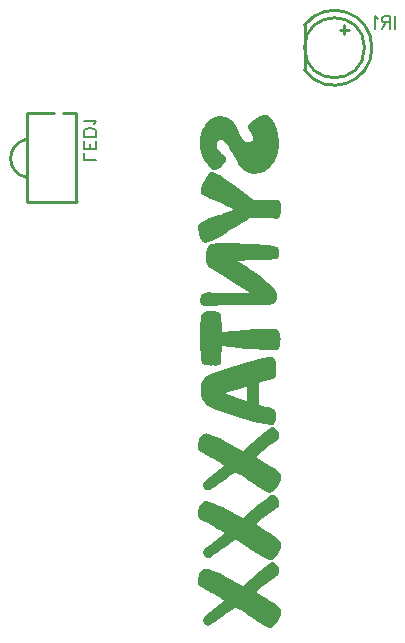
<source format=gbo>
G04 Layer: BottomSilkscreenLayer*
G04 EasyEDA v6.5.54, 2026-02-22 20:23:12*
G04 8aabf25695d44ce6b75903a6ff613cb9,b016eb778fe0479d964383eb0b581ccc,10*
G04 Gerber Generator version 0.2*
G04 Scale: 100 percent, Rotated: No, Reflected: No *
G04 Dimensions in millimeters *
G04 leading zeros omitted , absolute positions ,4 integer and 5 decimal *
%FSLAX45Y45*%
%MOMM*%

%ADD10C,0.1524*%
%ADD11C,0.2540*%
%ADD12C,0.0148*%

%LPD*%
G36*
X10020300Y9770110D02*
G01*
X10011003Y9769602D01*
X10001250Y9767976D01*
X9991039Y9765334D01*
X9980320Y9761626D01*
X9969195Y9756902D01*
X9957562Y9751060D01*
X9946030Y9744557D01*
X9935006Y9737699D01*
X9924440Y9730486D01*
X9914331Y9722967D01*
X9904730Y9715093D01*
X9895586Y9706864D01*
X9883902Y9694722D01*
X9875570Y9683496D01*
X9870592Y9673132D01*
X9868916Y9663684D01*
X9869220Y9660839D01*
X9870084Y9658096D01*
X9871506Y9655505D01*
X9883444Y9641535D01*
X9892030Y9630511D01*
X9899345Y9619945D01*
X9905288Y9609886D01*
X9909962Y9600336D01*
X9913264Y9591243D01*
X9915245Y9582658D01*
X9915906Y9574530D01*
X9913010Y9558020D01*
X9904222Y9546590D01*
X9891522Y9539935D01*
X9876790Y9537700D01*
X9866934Y9538411D01*
X9857943Y9540595D01*
X9849764Y9544253D01*
X9842500Y9549384D01*
X9835946Y9555784D01*
X9829749Y9563100D01*
X9823856Y9571278D01*
X9818370Y9580372D01*
X9808006Y9600387D01*
X9797796Y9622282D01*
X9789109Y9641738D01*
X9779406Y9661093D01*
X9768586Y9680448D01*
X9762744Y9689795D01*
X9756292Y9698786D01*
X9749332Y9707321D01*
X9741814Y9715449D01*
X9733788Y9723170D01*
X9725152Y9730486D01*
X9715804Y9737140D01*
X9705644Y9742982D01*
X9694570Y9748012D01*
X9682581Y9752279D01*
X9669780Y9755733D01*
X9656064Y9758426D01*
X9645599Y9759594D01*
X9635490Y9759950D01*
X9622790Y9759442D01*
X9610496Y9757867D01*
X9598660Y9755327D01*
X9587179Y9751720D01*
X9576104Y9747046D01*
X9565436Y9741357D01*
X9555175Y9734651D01*
X9545320Y9726930D01*
X9535922Y9718446D01*
X9527082Y9709302D01*
X9518802Y9699548D01*
X9511030Y9689236D01*
X9503816Y9678212D01*
X9497110Y9666630D01*
X9490964Y9654438D01*
X9485376Y9641586D01*
X9481362Y9631019D01*
X9477806Y9620300D01*
X9474606Y9609480D01*
X9471863Y9598507D01*
X9469577Y9587433D01*
X9467646Y9576206D01*
X9466173Y9564878D01*
X9465157Y9553397D01*
X9464497Y9541814D01*
X9464294Y9530080D01*
X9464548Y9518040D01*
X9465310Y9506102D01*
X9466529Y9494164D01*
X9468256Y9482277D01*
X9470491Y9470440D01*
X9473234Y9458655D01*
X9476486Y9446920D01*
X9480245Y9435236D01*
X9484461Y9423552D01*
X9489186Y9411970D01*
X9494469Y9400590D01*
X9500311Y9389567D01*
X9506762Y9378848D01*
X9513773Y9368485D01*
X9521393Y9358426D01*
X9529572Y9348724D01*
X9538360Y9339326D01*
X9547707Y9330283D01*
X9557664Y9321546D01*
X9568180Y9313164D01*
X9578898Y9306509D01*
X9590786Y9304274D01*
X9600438Y9305340D01*
X9610547Y9308541D01*
X9621113Y9313824D01*
X9632188Y9321292D01*
X9643008Y9330029D01*
X9653016Y9339529D01*
X9662261Y9349740D01*
X9670796Y9360662D01*
X9677806Y9371482D01*
X9682784Y9381540D01*
X9685782Y9390888D01*
X9686798Y9399524D01*
X9686442Y9403791D01*
X9685324Y9407652D01*
X9683496Y9411157D01*
X9680956Y9414256D01*
X9666782Y9426498D01*
X9654082Y9438132D01*
X9642856Y9449257D01*
X9633153Y9459823D01*
X9624974Y9469831D01*
X9618218Y9479280D01*
X9612985Y9488170D01*
X9609277Y9496501D01*
X9607042Y9504324D01*
X9606280Y9511538D01*
X9606940Y9522460D01*
X9608921Y9531908D01*
X9612274Y9539884D01*
X9616948Y9546336D01*
X9628886Y9554921D01*
X9642856Y9557766D01*
X9657384Y9555073D01*
X9672574Y9547098D01*
X9680143Y9541052D01*
X9687204Y9533585D01*
X9693605Y9524644D01*
X9699498Y9514332D01*
X9721138Y9474504D01*
X9743948Y9434322D01*
X9775190Y9378188D01*
X9783165Y9364878D01*
X9791395Y9352483D01*
X9799980Y9341002D01*
X9808870Y9330436D01*
X9818014Y9320784D01*
X9827463Y9312097D01*
X9837267Y9304274D01*
X9847326Y9297416D01*
X9857536Y9291421D01*
X9867798Y9286189D01*
X9878110Y9281769D01*
X9888524Y9278162D01*
X9899040Y9275368D01*
X9909556Y9273387D01*
X9920173Y9272168D01*
X9930892Y9271762D01*
X9943541Y9272270D01*
X9956038Y9273794D01*
X9968382Y9276283D01*
X9980625Y9279839D01*
X9992715Y9284360D01*
X10004653Y9289897D01*
X10016490Y9296450D01*
X10028174Y9304020D01*
X10037318Y9310674D01*
X10046055Y9317888D01*
X10054488Y9325559D01*
X10062616Y9333788D01*
X10070338Y9342577D01*
X10077754Y9351822D01*
X10084765Y9361627D01*
X10091470Y9371990D01*
X10097871Y9382810D01*
X10103866Y9394190D01*
X10108539Y9403994D01*
X10112806Y9414103D01*
X10116667Y9424416D01*
X10120071Y9435033D01*
X10123119Y9445904D01*
X10125760Y9456978D01*
X10127996Y9468358D01*
X10129824Y9479991D01*
X10131247Y9491878D01*
X10132263Y9504019D01*
X10132872Y9516414D01*
X10133076Y9529064D01*
X10132517Y9549536D01*
X10130840Y9571024D01*
X10129621Y9582200D01*
X10128097Y9593580D01*
X10124186Y9617202D01*
X10121696Y9629089D01*
X10118902Y9640773D01*
X10115702Y9652254D01*
X10112197Y9663480D01*
X10108285Y9674555D01*
X10104018Y9685375D01*
X10099446Y9695942D01*
X10094468Y9706356D01*
X10087305Y9719360D01*
X10079380Y9731197D01*
X10070642Y9741763D01*
X10061143Y9751161D01*
X10050881Y9759340D01*
X10039858Y9766300D01*
X10035489Y9767976D01*
X10030764Y9769144D01*
X10025735Y9769856D01*
G37*
G36*
X9567672Y9287764D02*
G01*
X9553956Y9284919D01*
X9542780Y9276334D01*
X9533839Y9264599D01*
X9526270Y9252204D01*
X9515094Y9233154D01*
X9507524Y9220911D01*
X9500006Y9208058D01*
X9492538Y9194647D01*
X9485122Y9180576D01*
X9478772Y9166707D01*
X9474250Y9153448D01*
X9471558Y9140901D01*
X9470644Y9129014D01*
X9472117Y9119311D01*
X9475266Y9110624D01*
X9480143Y9102801D01*
X9486646Y9095994D01*
X9491116Y9092590D01*
X9496704Y9088831D01*
X9503410Y9084716D01*
X9511233Y9080296D01*
X9530334Y9070492D01*
X9553905Y9059316D01*
X9582048Y9046819D01*
X9641027Y9022080D01*
X9666020Y9011158D01*
X9689744Y9000236D01*
X9712096Y8989314D01*
X9733127Y8978392D01*
X9752838Y8967470D01*
X9743744Y8963101D01*
X9723018Y8954160D01*
X9698990Y8944914D01*
X9671608Y8935364D01*
X9640925Y8925509D01*
X9624314Y8920480D01*
X9595510Y8911183D01*
X9567621Y8901836D01*
X9540748Y8892540D01*
X9528098Y8887917D01*
X9516414Y8883345D01*
X9505696Y8878874D01*
X9495942Y8874455D01*
X9487103Y8870137D01*
X9479280Y8865870D01*
X9468256Y8858453D01*
X9458452Y8849868D01*
X9452559Y8837930D01*
X9450578Y8825484D01*
X9451238Y8811158D01*
X9452559Y8796934D01*
X9454489Y8782862D01*
X9457131Y8768943D01*
X9460382Y8755126D01*
X9464294Y8741410D01*
X9468916Y8728862D01*
X9474098Y8717940D01*
X9479737Y8708745D01*
X9485934Y8701227D01*
X9492640Y8695334D01*
X9499854Y8691168D01*
X9507626Y8688628D01*
X9515856Y8687816D01*
X9524746Y8689238D01*
X9534550Y8691676D01*
X9545218Y8695080D01*
X9556800Y8699500D01*
X9569297Y8704884D01*
X9582658Y8711234D01*
X9596932Y8718600D01*
X9612122Y8726932D01*
X9633153Y8739022D01*
X9676333Y8764727D01*
X9721037Y8792362D01*
X9768636Y8822486D01*
X9792157Y8836964D01*
X9814560Y8850376D01*
X9835845Y8862822D01*
X9855962Y8874150D01*
X9874961Y8884513D01*
X9892792Y8893810D01*
X9917176Y8894775D01*
X9943947Y8895384D01*
X9973056Y8895588D01*
X9996982Y8895486D01*
X10032390Y8894927D01*
X10078669Y8893454D01*
X10114026Y8891778D01*
X10128453Y8895283D01*
X10139172Y8905748D01*
X10146842Y8920988D01*
X10151618Y8938768D01*
X10154310Y8957056D01*
X10155174Y8973820D01*
X10154767Y8986520D01*
X10153446Y8999220D01*
X10151313Y9011920D01*
X10148316Y9024620D01*
X10146842Y9028938D01*
X10144861Y9032951D01*
X10142524Y9036659D01*
X10139680Y9040114D01*
X10136428Y9043162D01*
X10132822Y9045397D01*
X10128808Y9046819D01*
X10124440Y9047480D01*
X10093198Y9047988D01*
X10069220Y9047835D01*
X10046462Y9047429D01*
X10002469Y9046159D01*
X9977221Y9045803D01*
X9924542Y9045702D01*
X9911435Y9054744D01*
X9895535Y9066276D01*
X9855200Y9096654D01*
X9788194Y9148419D01*
X9755936Y9172702D01*
X9701631Y9212580D01*
X9679686Y9228328D01*
X9664750Y9238742D01*
X9650679Y9248190D01*
X9637369Y9256623D01*
X9624923Y9264040D01*
X9613341Y9270492D01*
X9602520Y9275927D01*
X9592564Y9280398D01*
X9583470Y9283852D01*
X9575139Y9286290D01*
G37*
G36*
X9685274Y8683244D02*
G01*
X9653574Y8682990D01*
X9625533Y8682126D01*
X9601149Y8680754D01*
X9580422Y8678875D01*
X9571431Y8677706D01*
X9563354Y8676386D01*
X9553397Y8672728D01*
X9544608Y8667140D01*
X9537090Y8659622D01*
X9530740Y8650173D01*
X9525609Y8638844D01*
X9521698Y8625586D01*
X9519208Y8615121D01*
X9517176Y8604656D01*
X9515602Y8594090D01*
X9514484Y8583472D01*
X9513773Y8572804D01*
X9513570Y8562086D01*
X9513874Y8551976D01*
X9514840Y8541969D01*
X9516414Y8532012D01*
X9518650Y8522208D01*
X9521748Y8512810D01*
X9525863Y8504224D01*
X9531146Y8496452D01*
X9537446Y8489442D01*
X9551720Y8476996D01*
X9567164Y8466074D01*
X9652812Y8410295D01*
X9749536Y8348268D01*
X9835896Y8293811D01*
X9889998Y8260080D01*
X9828580Y8259216D01*
X9766909Y8259114D01*
X9704374Y8259825D01*
X9641941Y8261350D01*
X9592106Y8263128D01*
X9531096Y8265922D01*
X9514281Y8264550D01*
X9497822Y8260334D01*
X9488728Y8256117D01*
X9481312Y8249513D01*
X9475520Y8240522D01*
X9471406Y8229193D01*
X9468916Y8215477D01*
X9468104Y8199374D01*
X9469424Y8183168D01*
X9473438Y8167624D01*
X9476282Y8163255D01*
X9479940Y8159902D01*
X9484410Y8157413D01*
X9489694Y8155940D01*
X9494113Y8155025D01*
X9503359Y8154009D01*
X9547098Y8154060D01*
X9595459Y8154771D01*
X9639757Y8156041D01*
X9698228Y8158073D01*
X9746284Y8158886D01*
X9770364Y8158988D01*
X9906965Y8158480D01*
X9955428Y8158784D01*
X10039858Y8160258D01*
X10057384Y8161781D01*
X10074910Y8165338D01*
X10090759Y8171992D01*
X10103866Y8183372D01*
X10110876Y8195056D01*
X10115854Y8207248D01*
X10118852Y8219948D01*
X10119868Y8233156D01*
X10119156Y8245348D01*
X10116972Y8257235D01*
X10113314Y8268766D01*
X10108234Y8279993D01*
X10101681Y8290915D01*
X10093706Y8301481D01*
X10078720Y8316671D01*
X10062667Y8332114D01*
X10045547Y8347659D01*
X10027310Y8363458D01*
X10007955Y8379409D01*
X9987483Y8395614D01*
X9965944Y8411921D01*
X9943338Y8428482D01*
X9920528Y8444636D01*
X9898430Y8459876D01*
X9876942Y8474303D01*
X9856063Y8487867D01*
X9835896Y8500516D01*
X9816388Y8512352D01*
X9797491Y8523274D01*
X9779254Y8533384D01*
X9830968Y8536482D01*
X9856927Y8537651D01*
X9895890Y8538972D01*
X9957816Y8540191D01*
X9999065Y8541410D01*
X10034320Y8542934D01*
X10063581Y8544763D01*
X10086898Y8546896D01*
X10096296Y8548116D01*
X10104170Y8549386D01*
X10110571Y8550757D01*
X10115448Y8552180D01*
X10118852Y8553704D01*
X10126878Y8560917D01*
X10132568Y8571534D01*
X10136022Y8585657D01*
X10137140Y8603234D01*
X10136479Y8613902D01*
X10134396Y8624265D01*
X10130993Y8634323D01*
X10126218Y8644128D01*
X10123373Y8647785D01*
X10120122Y8650782D01*
X10116515Y8653221D01*
X10112502Y8655050D01*
X10103815Y8657539D01*
X10094976Y8659368D01*
X10076942Y8662009D01*
X10056215Y8664549D01*
X10032796Y8666988D01*
X10006736Y8669375D01*
X9946487Y8673795D01*
X9885070Y8677402D01*
X9832035Y8679992D01*
X9781032Y8681770D01*
X9732111Y8682888D01*
G37*
G36*
X9551162Y8108696D02*
G01*
X9534296Y8108086D01*
X9519513Y8106308D01*
X9506915Y8103311D01*
X9496399Y8099094D01*
X9488068Y8093709D01*
X9481820Y8087106D01*
X9475774Y8075015D01*
X9472422Y8061198D01*
X9471101Y8046669D01*
X9468916Y7970316D01*
X9467900Y7919313D01*
X9467596Y7867396D01*
X9467799Y7837982D01*
X9468408Y7809992D01*
X9469424Y7783372D01*
X9470847Y7758226D01*
X9472625Y7734452D01*
X9474860Y7712049D01*
X9477502Y7691120D01*
X9479940Y7680299D01*
X9484512Y7671104D01*
X9491116Y7663637D01*
X9499854Y7657846D01*
X9511944Y7653375D01*
X9525812Y7650225D01*
X9541510Y7648295D01*
X9559036Y7647686D01*
X9577578Y7648194D01*
X9597898Y7647686D01*
X9611055Y7648549D01*
X9622129Y7651089D01*
X9631121Y7655356D01*
X9637979Y7661351D01*
X9642754Y7669022D01*
X9645396Y7678420D01*
X9646513Y7689189D01*
X9646920Y7700264D01*
X9648190Y7809738D01*
X9797542Y7795463D01*
X9848799Y7790840D01*
X9916668Y7785150D01*
X9942677Y7783271D01*
X9991039Y7780528D01*
X10013442Y7779664D01*
X10034625Y7779156D01*
X10054590Y7779003D01*
X10068407Y7779156D01*
X10081209Y7779613D01*
X10092994Y7780324D01*
X10103815Y7781391D01*
X10113619Y7782712D01*
X10122408Y7784338D01*
X10131145Y7789062D01*
X10137698Y7797393D01*
X10142169Y7809382D01*
X10144506Y7824978D01*
X10146588Y7854696D01*
X10147147Y7865922D01*
X10147300Y7874762D01*
X10146690Y7889748D01*
X10144861Y7904480D01*
X10141864Y7918958D01*
X10137648Y7933181D01*
X10127538Y7946847D01*
X10113010Y7954264D01*
X10096754Y7957515D01*
X10081006Y7958581D01*
X10040366Y7959598D01*
X10016236Y7959394D01*
X9991394Y7958886D01*
X9965893Y7957972D01*
X9939680Y7956651D01*
X9912756Y7955025D01*
X9857333Y7950809D01*
X9749790Y7941818D01*
X9647682Y7932928D01*
X9648190Y7973822D01*
X9647986Y8002574D01*
X9647377Y8030921D01*
X9646412Y8058912D01*
X9645091Y8072424D01*
X9641636Y8083245D01*
X9636099Y8091322D01*
X9628378Y8096758D01*
X9613849Y8101380D01*
X9595104Y8105140D01*
X9584436Y8106714D01*
X9573564Y8107781D01*
X9562490Y8108492D01*
G37*
G36*
X10060940Y7721346D02*
G01*
X10052812Y7721092D01*
X10044176Y7720330D01*
X10000945Y7711490D01*
X9956038Y7701229D01*
X9909505Y7689545D01*
X9861296Y7676388D01*
X9811410Y7661859D01*
X9757867Y7645247D01*
X9703866Y7627721D01*
X9652406Y7610246D01*
X9603486Y7592771D01*
X9557105Y7575346D01*
X9534906Y7566659D01*
X9522714Y7560411D01*
X9512096Y7553248D01*
X9503054Y7545273D01*
X9495536Y7536434D01*
X9489236Y7526832D01*
X9484106Y7516622D01*
X9480092Y7505750D01*
X9477248Y7494270D01*
X9475114Y7482535D01*
X9473641Y7470800D01*
X9472726Y7458913D01*
X9472422Y7447025D01*
X9472726Y7431531D01*
X9473806Y7415784D01*
X9673082Y7415784D01*
X9734245Y7432294D01*
X9770770Y7442504D01*
X9807041Y7452969D01*
X9867138Y7470902D01*
X9865766Y7442149D01*
X9862007Y7392060D01*
X9861092Y7370927D01*
X9860788Y7349744D01*
X9836912Y7356551D01*
X9813137Y7363764D01*
X9789515Y7371435D01*
X9765995Y7379462D01*
X9742576Y7387945D01*
X9719310Y7396784D01*
X9696145Y7406081D01*
X9673082Y7415784D01*
X9473806Y7415784D01*
X9475266Y7402830D01*
X9477502Y7389622D01*
X9480499Y7377074D01*
X9484614Y7365187D01*
X9489897Y7353858D01*
X9496298Y7343140D01*
X9504222Y7333081D01*
X9513722Y7323378D01*
X9524796Y7314133D01*
X9537446Y7305294D01*
X9551416Y7297521D01*
X9567976Y7289292D01*
X9587077Y7280656D01*
X9608718Y7271562D01*
X9632950Y7261961D01*
X9659721Y7252004D01*
X9689084Y7241540D01*
X9736988Y7225334D01*
X9785502Y7209840D01*
X9834575Y7195159D01*
X9871811Y7184593D01*
X9896754Y7177786D01*
X9925151Y7170369D01*
X9954869Y7163104D01*
X9982047Y7157059D01*
X10006634Y7152182D01*
X10028682Y7148575D01*
X10048189Y7146137D01*
X10056977Y7145375D01*
X10065105Y7144918D01*
X10072624Y7144766D01*
X10080853Y7146493D01*
X10088067Y7150608D01*
X10094264Y7157008D01*
X10099395Y7165797D01*
X10103561Y7176871D01*
X10106609Y7190333D01*
X10108692Y7206132D01*
X10109708Y7224268D01*
X10108793Y7240828D01*
X10105999Y7254900D01*
X10101376Y7266584D01*
X10094925Y7275728D01*
X10086594Y7282484D01*
X10076434Y7286752D01*
X10051389Y7293356D01*
X10026142Y7299452D01*
X9994900Y7307580D01*
X9963658Y7316216D01*
X9964013Y7367727D01*
X9966350Y7449007D01*
X9966706Y7500620D01*
X9977678Y7504836D01*
X9988753Y7508798D01*
X9999929Y7512354D01*
X10011206Y7515656D01*
X10047427Y7524546D01*
X10060838Y7528204D01*
X10074097Y7532166D01*
X10087356Y7536434D01*
X10093045Y7539024D01*
X10098532Y7542275D01*
X10100970Y7544104D01*
X10102900Y7546340D01*
X10104374Y7548930D01*
X10105390Y7551928D01*
X10107980Y7567472D01*
X10110216Y7588758D01*
X10111740Y7613091D01*
X10112248Y7637780D01*
X10111943Y7653375D01*
X10111028Y7667193D01*
X10109454Y7679181D01*
X10107269Y7689392D01*
X10104475Y7697774D01*
X10101072Y7704328D01*
X10094468Y7711795D01*
X10085578Y7717078D01*
X10074402Y7720279D01*
G37*
G36*
X10081260Y7126731D02*
G01*
X10066731Y7123430D01*
X10051034Y7113524D01*
X10014204Y7084923D01*
X9963861Y7044486D01*
X9933990Y7019747D01*
X9904374Y6994652D01*
X9865207Y6960666D01*
X9826498Y6926072D01*
X9781235Y6951573D01*
X9735058Y6976973D01*
X9684258Y7004100D01*
X9657384Y7018070D01*
X9631476Y7030872D01*
X9606889Y7042200D01*
X9583623Y7052106D01*
X9561626Y7060590D01*
X9551111Y7064298D01*
X9527641Y7071614D01*
X9524136Y7072325D01*
X9520529Y7072731D01*
X9516872Y7072884D01*
X9506559Y7071969D01*
X9497009Y7069277D01*
X9488170Y7064756D01*
X9480042Y7058406D01*
X9472879Y7050582D01*
X9466630Y7041794D01*
X9461347Y7032040D01*
X9456928Y7021322D01*
X9453473Y7010247D01*
X9451035Y6999173D01*
X9449562Y6988048D01*
X9449054Y6976872D01*
X9449866Y6960311D01*
X9452356Y6944106D01*
X9457486Y6932422D01*
X9465818Y6922770D01*
X9476384Y6914845D01*
X9494012Y6904481D01*
X9529876Y6885381D01*
X9561677Y6868109D01*
X9589566Y6852666D01*
X9613392Y6839051D01*
X9633254Y6827266D01*
X9649104Y6817309D01*
X9660940Y6809181D01*
X9665360Y6805828D01*
X9671812Y6800088D01*
X9630816Y6768744D01*
X9589414Y6735978D01*
X9547606Y6701790D01*
X9510014Y6671564D01*
X9503003Y6664959D01*
X9498025Y6657390D01*
X9495028Y6648856D01*
X9494012Y6639306D01*
X9494824Y6630212D01*
X9497161Y6621525D01*
X9501174Y6613194D01*
X9506712Y6605270D01*
X9519920Y6593484D01*
X9534144Y6589522D01*
X9538004Y6589928D01*
X9542373Y6591249D01*
X9547402Y6593382D01*
X9558528Y6599428D01*
X9590735Y6620662D01*
X9633305Y6649516D01*
X9675469Y6678980D01*
X9706813Y6701536D01*
X9727590Y6716775D01*
X9768840Y6747764D01*
X9791293Y6733336D01*
X9813798Y6718553D01*
X9836302Y6703364D01*
X9878669Y6673748D01*
X9898684Y6660032D01*
X9918801Y6646722D01*
X9939020Y6633870D01*
X9959340Y6621322D01*
X9979710Y6609232D01*
X10000234Y6597548D01*
X10020808Y6586220D01*
X10034727Y6579108D01*
X10051034Y6572503D01*
X10054031Y6571742D01*
X10056876Y6571488D01*
X10065410Y6572808D01*
X10074656Y6576822D01*
X10084663Y6583476D01*
X10095484Y6592824D01*
X10102850Y6600139D01*
X10109962Y6607962D01*
X10116769Y6616344D01*
X10123271Y6625234D01*
X10129469Y6634683D01*
X10135362Y6644640D01*
X10142931Y6659829D01*
X10148316Y6674662D01*
X10151567Y6689191D01*
X10152634Y6703314D01*
X10151618Y6714388D01*
X10148620Y6724751D01*
X10143642Y6734454D01*
X10136632Y6743446D01*
X10126980Y6751929D01*
X10116718Y6760362D01*
X10105745Y6768846D01*
X10094163Y6777329D01*
X10081971Y6785762D01*
X10059212Y6800545D01*
X10039350Y6812940D01*
X10019334Y6824980D01*
X9989058Y6842506D01*
X9961422Y6859066D01*
X9935972Y6874764D01*
X9956495Y6890969D01*
X10001199Y6925411D01*
X10061194Y6970674D01*
X10115042Y7012431D01*
X10124033Y7021423D01*
X10130485Y7031786D01*
X10134346Y7043623D01*
X10135616Y7056881D01*
X10134600Y7069581D01*
X10131501Y7081774D01*
X10126319Y7093458D01*
X10119106Y7104634D01*
X10110622Y7114286D01*
X10101529Y7121194D01*
X10091724Y7125360D01*
G37*
G36*
X10081260Y6554978D02*
G01*
X10066731Y6551676D01*
X10051034Y6541770D01*
X10014204Y6513169D01*
X9963861Y6472732D01*
X9933990Y6447993D01*
X9904374Y6422898D01*
X9865207Y6388912D01*
X9826498Y6354318D01*
X9781235Y6379819D01*
X9735058Y6405219D01*
X9684258Y6432346D01*
X9657384Y6446316D01*
X9631476Y6459118D01*
X9606889Y6470446D01*
X9595104Y6475628D01*
X9572447Y6484772D01*
X9551111Y6492544D01*
X9527641Y6499860D01*
X9524136Y6500571D01*
X9520529Y6500977D01*
X9516872Y6501130D01*
X9506559Y6500215D01*
X9497009Y6497523D01*
X9488170Y6493002D01*
X9480042Y6486652D01*
X9472879Y6478828D01*
X9466630Y6469989D01*
X9461347Y6460286D01*
X9456928Y6449568D01*
X9453473Y6438493D01*
X9451035Y6427368D01*
X9449562Y6416141D01*
X9449054Y6404864D01*
X9449866Y6388506D01*
X9452356Y6372352D01*
X9457486Y6360668D01*
X9465818Y6351016D01*
X9476384Y6343091D01*
X9494012Y6332728D01*
X9529876Y6313627D01*
X9561677Y6296355D01*
X9589566Y6280912D01*
X9613392Y6267297D01*
X9633254Y6255512D01*
X9649104Y6245555D01*
X9660940Y6237427D01*
X9665360Y6234074D01*
X9671812Y6228334D01*
X9630816Y6196990D01*
X9589414Y6164224D01*
X9547606Y6130036D01*
X9510014Y6099810D01*
X9503003Y6093206D01*
X9498025Y6085636D01*
X9495028Y6077102D01*
X9494012Y6067552D01*
X9494824Y6058458D01*
X9497161Y6049772D01*
X9501174Y6041440D01*
X9506712Y6033516D01*
X9519920Y6021730D01*
X9534144Y6017768D01*
X9538004Y6018174D01*
X9542373Y6019495D01*
X9547402Y6021628D01*
X9558528Y6027420D01*
X9590735Y6048705D01*
X9612071Y6063081D01*
X9654438Y6092342D01*
X9696399Y6122212D01*
X9737953Y6152692D01*
X9768840Y6176010D01*
X9791293Y6161582D01*
X9813798Y6146749D01*
X9836302Y6131458D01*
X9878669Y6101791D01*
X9898684Y6088126D01*
X9918801Y6074867D01*
X9939020Y6062014D01*
X9959340Y6049568D01*
X9979710Y6037478D01*
X10000234Y6025794D01*
X10020808Y6014466D01*
X10034727Y6007354D01*
X10051034Y6000750D01*
X10054031Y5999988D01*
X10056876Y5999734D01*
X10065410Y6001054D01*
X10074656Y6005068D01*
X10084663Y6011722D01*
X10095484Y6021070D01*
X10102850Y6028385D01*
X10109962Y6036208D01*
X10116769Y6044590D01*
X10123271Y6053480D01*
X10129469Y6062929D01*
X10135362Y6072886D01*
X10142931Y6088075D01*
X10148316Y6102908D01*
X10151567Y6117437D01*
X10152634Y6131560D01*
X10151618Y6142634D01*
X10148620Y6152997D01*
X10143642Y6162700D01*
X10136632Y6171692D01*
X10126980Y6180175D01*
X10116718Y6188608D01*
X10105745Y6197092D01*
X10094163Y6205575D01*
X10081971Y6214008D01*
X10059212Y6228740D01*
X10039350Y6241084D01*
X9999218Y6264960D01*
X9989058Y6270752D01*
X9961422Y6287312D01*
X9935972Y6303010D01*
X9956495Y6319215D01*
X10001199Y6353657D01*
X10061194Y6398920D01*
X10115042Y6440678D01*
X10124033Y6449669D01*
X10130485Y6460032D01*
X10134346Y6471869D01*
X10135616Y6485128D01*
X10134600Y6497828D01*
X10131501Y6510020D01*
X10126319Y6521704D01*
X10119106Y6532880D01*
X10110622Y6542531D01*
X10101529Y6549440D01*
X10091724Y6553606D01*
G37*
G36*
X10081260Y5983224D02*
G01*
X10066731Y5979922D01*
X10051034Y5970016D01*
X10014204Y5941212D01*
X9973868Y5908954D01*
X9943947Y5884367D01*
X9924084Y5867755D01*
X9894519Y5842558D01*
X9874961Y5825540D01*
X9845802Y5799734D01*
X9826498Y5782310D01*
X9781235Y5808065D01*
X9735058Y5833465D01*
X9684258Y5860592D01*
X9657384Y5874562D01*
X9631476Y5887364D01*
X9606889Y5898692D01*
X9583623Y5908548D01*
X9561626Y5916930D01*
X9540951Y5923889D01*
X9527641Y5927953D01*
X9524136Y5928766D01*
X9520529Y5929223D01*
X9516872Y5929376D01*
X9506559Y5928461D01*
X9497009Y5925718D01*
X9488170Y5921095D01*
X9480042Y5914644D01*
X9472879Y5906922D01*
X9466630Y5898184D01*
X9461347Y5888482D01*
X9456928Y5877814D01*
X9453473Y5866739D01*
X9451035Y5855563D01*
X9449562Y5844387D01*
X9449054Y5833110D01*
X9449866Y5816752D01*
X9452356Y5800598D01*
X9457486Y5788914D01*
X9465818Y5779262D01*
X9476384Y5771337D01*
X9494012Y5760974D01*
X9529876Y5741873D01*
X9561677Y5724601D01*
X9589566Y5709158D01*
X9613392Y5695543D01*
X9633254Y5683758D01*
X9649104Y5673801D01*
X9660940Y5665673D01*
X9665360Y5662320D01*
X9668764Y5659374D01*
X9671812Y5656326D01*
X9630816Y5625134D01*
X9589414Y5592419D01*
X9568535Y5575554D01*
X9547606Y5558282D01*
X9510014Y5528056D01*
X9503003Y5521452D01*
X9498025Y5513882D01*
X9495028Y5505348D01*
X9494012Y5495798D01*
X9494824Y5486704D01*
X9497161Y5477967D01*
X9501174Y5469534D01*
X9506712Y5461508D01*
X9519920Y5449874D01*
X9534144Y5446014D01*
X9538004Y5446420D01*
X9542373Y5447741D01*
X9547402Y5449874D01*
X9558528Y5455666D01*
X9590735Y5476951D01*
X9612071Y5491327D01*
X9654438Y5520588D01*
X9696399Y5550458D01*
X9737953Y5580938D01*
X9768840Y5604256D01*
X9791293Y5589828D01*
X9813798Y5574995D01*
X9836302Y5559704D01*
X9878669Y5529986D01*
X9898684Y5516270D01*
X9918801Y5502960D01*
X9939020Y5490057D01*
X9959340Y5477560D01*
X9979710Y5465470D01*
X10000234Y5453786D01*
X10020808Y5442458D01*
X10034727Y5435549D01*
X10051034Y5428996D01*
X10054031Y5428234D01*
X10056876Y5427980D01*
X10065410Y5429300D01*
X10074656Y5433263D01*
X10084663Y5439816D01*
X10095484Y5449062D01*
X10102850Y5456428D01*
X10109962Y5464352D01*
X10116769Y5472734D01*
X10123271Y5481675D01*
X10129469Y5491124D01*
X10135362Y5501132D01*
X10142931Y5516321D01*
X10148316Y5531154D01*
X10151567Y5545683D01*
X10152634Y5559806D01*
X10151618Y5570880D01*
X10148620Y5581192D01*
X10143642Y5590794D01*
X10136632Y5599684D01*
X10126980Y5608167D01*
X10116718Y5616600D01*
X10105745Y5625084D01*
X10094163Y5633567D01*
X10081971Y5642000D01*
X10059212Y5656783D01*
X10039350Y5669229D01*
X10009276Y5687314D01*
X9989058Y5698998D01*
X9961422Y5715558D01*
X9935972Y5731256D01*
X9956495Y5747461D01*
X10001199Y5781903D01*
X10061194Y5827166D01*
X10115042Y5868924D01*
X10124033Y5877915D01*
X10130485Y5888278D01*
X10134346Y5900115D01*
X10135616Y5913374D01*
X10134600Y5926074D01*
X10131501Y5938266D01*
X10126319Y5949950D01*
X10119106Y5961126D01*
X10110622Y5970778D01*
X10101529Y5977686D01*
X10091724Y5981852D01*
G37*
D10*
X11112500Y10605515D02*
G01*
X11112500Y10496550D01*
X11078209Y10605515D02*
G01*
X11078209Y10496550D01*
X11078209Y10605515D02*
G01*
X11031474Y10605515D01*
X11015979Y10600436D01*
X11010645Y10595102D01*
X11005565Y10584687D01*
X11005565Y10574274D01*
X11010645Y10563860D01*
X11015979Y10558779D01*
X11031474Y10553700D01*
X11078209Y10553700D01*
X11041888Y10553700D02*
G01*
X11005565Y10496550D01*
X10971275Y10584687D02*
G01*
X10960861Y10590021D01*
X10945113Y10605515D01*
X10945113Y10496550D01*
X8588273Y9386062D02*
G01*
X8479307Y9386062D01*
X8479307Y9386062D02*
G01*
X8479307Y9448292D01*
X8588273Y9482581D02*
G01*
X8479307Y9482581D01*
X8588273Y9482581D02*
G01*
X8588273Y9550145D01*
X8536457Y9482581D02*
G01*
X8536457Y9524237D01*
X8479307Y9482581D02*
G01*
X8479307Y9550145D01*
X8588273Y9584436D02*
G01*
X8479307Y9584436D01*
X8588273Y9584436D02*
G01*
X8588273Y9621012D01*
X8583193Y9636505D01*
X8572779Y9646920D01*
X8562365Y9652000D01*
X8546617Y9657334D01*
X8520709Y9657334D01*
X8505215Y9652000D01*
X8494801Y9646920D01*
X8484387Y9636505D01*
X8479307Y9621012D01*
X8479307Y9584436D01*
X8567445Y9691624D02*
G01*
X8572779Y9702037D01*
X8588273Y9717531D01*
X8479307Y9717531D01*
D11*
X10350500Y10147300D02*
G01*
X10350500Y10528300D01*
X10726420Y10490200D02*
G01*
X10650220Y10490200D01*
X10688320Y10452100D02*
G01*
X10688320Y10528300D01*
X8002752Y9782454D02*
G01*
X8002752Y9035465D01*
X8419871Y9035465D01*
X8420760Y9038462D01*
X8419744Y9036456D02*
G01*
X8419871Y9782454D01*
X8419871Y9782454D02*
G01*
X8308593Y9782454D01*
X8230920Y9782454D02*
G01*
X8002752Y9782454D01*
G75*
G01*
X10350500Y10147300D02*
G03*
X10350500Y10528300I254000J190500D01*
G75*
G01*
X7998739Y9240469D02*
G02*
X7987741Y9560484I26883J161120D01*
G75*
G01
X10858500Y10337800D02*
G03X10858500Y10337800I-254000J0D01*
M02*

</source>
